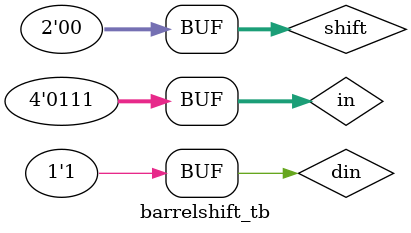
<source format=v>
module barrelshift(
  input [3:0]in,
  input din,
  input [1:0]shift,
  output [3:0]out);
  
  assign out=din?(1>>shift):(1<<shift);
  
endmodule

//testtbench code
module barrelshift_tb;
  reg [3:0]in;
  reg din;
  reg [1:0]shift;
  wire [3:0]out;
  
  barrelshift uut(in,din,shift,out);
  
  initial begin 
    $dumpfile("barrelshift.vcd");
    $dumpvars(1,barrelshift_tb);
    $monitor("IN=%b|DIN=%b|SHIFT=%b|OUT=%b",in,din,shift,out);
  end
  
  initial begin
    in=4'b0001;din=1'b0;shift=2'b10;#10;
    in=4'b1101;din=1'b1;shift=2'b10;#10;
    in=4'b1011;din=1'b0;shift=2'b01;#10;
    in=4'b0101;din=1'b1;shift=2'b11;#10;
    in=4'b1000;din=1'b0;shift=2'b11;#10;
    in=4'b0111;din=1'b1;shift=2'b00;#10;
  end 
endmodule

</source>
